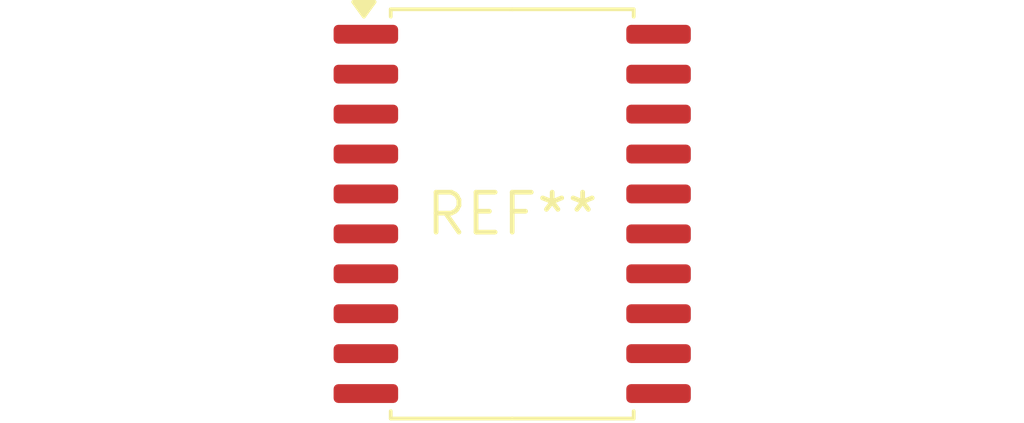
<source format=kicad_pcb>
(kicad_pcb (version 20240108) (generator pcbnew)
  (layers (0 "F.Cu" signal) (31 "B.Cu" signal) (34 "B.Paste" user) (35 "F.Paste" user) (36 "B.SilkS" user "B.Silkscreen") (37 "F.SilkS" user "F.Silkscreen") (38 "B.Mask" user) (39 "F.Mask" user) (44 "Edge.Cuts" user))
  (net 0 "")
  (footprint "SOIC-20W_7.5x12.8mm_P1.27mm" (layer "F.Cu") (at 0 0)
    (property "Reference" "REF**")
    (property "Value" "SOIC-20W_7.5x12.8mm_P1.27mm")
    (fp_line (start -3.86 -6.51) (end -3.86 -6.275) (layer "F.SilkS") (stroke (width 0.12)))
    (fp_line (start -3.86 6.51) (end -3.86 6.275) (layer "F.SilkS") (stroke (width 0.12)))
    (fp_line (start 0 -6.51) (end -3.86 -6.51) (layer "F.SilkS") (stroke (width 0.12)))
    (fp_line (start 0 -6.51) (end 3.86 -6.51) (layer "F.SilkS") (stroke (width 0.12)))
    (fp_line (start 0 6.51) (end -3.86 6.51) (layer "F.SilkS") (stroke (width 0.12)))
    (fp_line (start 0 6.51) (end 3.86 6.51) (layer "F.SilkS") (stroke (width 0.12)))
    (fp_line (start 3.86 -6.51) (end 3.86 -6.275) (layer "F.SilkS") (stroke (width 0.12)))
    (fp_line (start 3.86 6.51) (end 3.86 6.275) (layer "F.SilkS") (stroke (width 0.12)))
    (fp_poly (pts (xy -4.7125 -6.275) (xy -5.0525 -6.745) (xy -4.3725 -6.745) (xy -4.7125 -6.275)) (layer "F.SilkS") (stroke (width 0.12)) (fill solid))
    (pad "1" smd roundrect (at -4.65 -5.715) (size 2.05 0.6) (layers "F.Cu" "F.Paste" "F.Mask"))
    (pad "2" smd roundrect (at -4.65 -4.445) (size 2.05 0.6) (layers "F.Cu" "F.Paste" "F.Mask"))
    (pad "3" smd roundrect (at -4.65 -3.175) (size 2.05 0.6) (layers "F.Cu" "F.Paste" "F.Mask"))
    (pad "4" smd roundrect (at -4.65 -1.905) (size 2.05 0.6) (layers "F.Cu" "F.Paste" "F.Mask"))
    (pad "5" smd roundrect (at -4.65 -0.635) (size 2.05 0.6) (layers "F.Cu" "F.Paste" "F.Mask"))
    (pad "6" smd roundrect (at -4.65 0.635) (size 2.05 0.6) (layers "F.Cu" "F.Paste" "F.Mask"))
    (pad "7" smd roundrect (at -4.65 1.905) (size 2.05 0.6) (layers "F.Cu" "F.Paste" "F.Mask"))
    (pad "8" smd roundrect (at -4.65 3.175) (size 2.05 0.6) (layers "F.Cu" "F.Paste" "F.Mask"))
    (pad "9" smd roundrect (at -4.65 4.445) (size 2.05 0.6) (layers "F.Cu" "F.Paste" "F.Mask"))
    (pad "10" smd roundrect (at -4.65 5.715) (size 2.05 0.6) (layers "F.Cu" "F.Paste" "F.Mask"))
    (pad "11" smd roundrect (at 4.65 5.715) (size 2.05 0.6) (layers "F.Cu" "F.Paste" "F.Mask"))
    (pad "12" smd roundrect (at 4.65 4.445) (size 2.05 0.6) (layers "F.Cu" "F.Paste" "F.Mask"))
    (pad "13" smd roundrect (at 4.65 3.175) (size 2.05 0.6) (layers "F.Cu" "F.Paste" "F.Mask"))
    (pad "14" smd roundrect (at 4.65 1.905) (size 2.05 0.6) (layers "F.Cu" "F.Paste" "F.Mask"))
    (pad "15" smd roundrect (at 4.65 0.635) (size 2.05 0.6) (layers "F.Cu" "F.Paste" "F.Mask"))
    (pad "16" smd roundrect (at 4.65 -0.635) (size 2.05 0.6) (layers "F.Cu" "F.Paste" "F.Mask"))
    (pad "17" smd roundrect (at 4.65 -1.905) (size 2.05 0.6) (layers "F.Cu" "F.Paste" "F.Mask"))
    (pad "18" smd roundrect (at 4.65 -3.175) (size 2.05 0.6) (layers "F.Cu" "F.Paste" "F.Mask"))
    (pad "19" smd roundrect (at 4.65 -4.445) (size 2.05 0.6) (layers "F.Cu" "F.Paste" "F.Mask"))
    (pad "20" smd roundrect (at 4.65 -5.715) (size 2.05 0.6) (layers "F.Cu" "F.Paste" "F.Mask"))
  )
)
</source>
